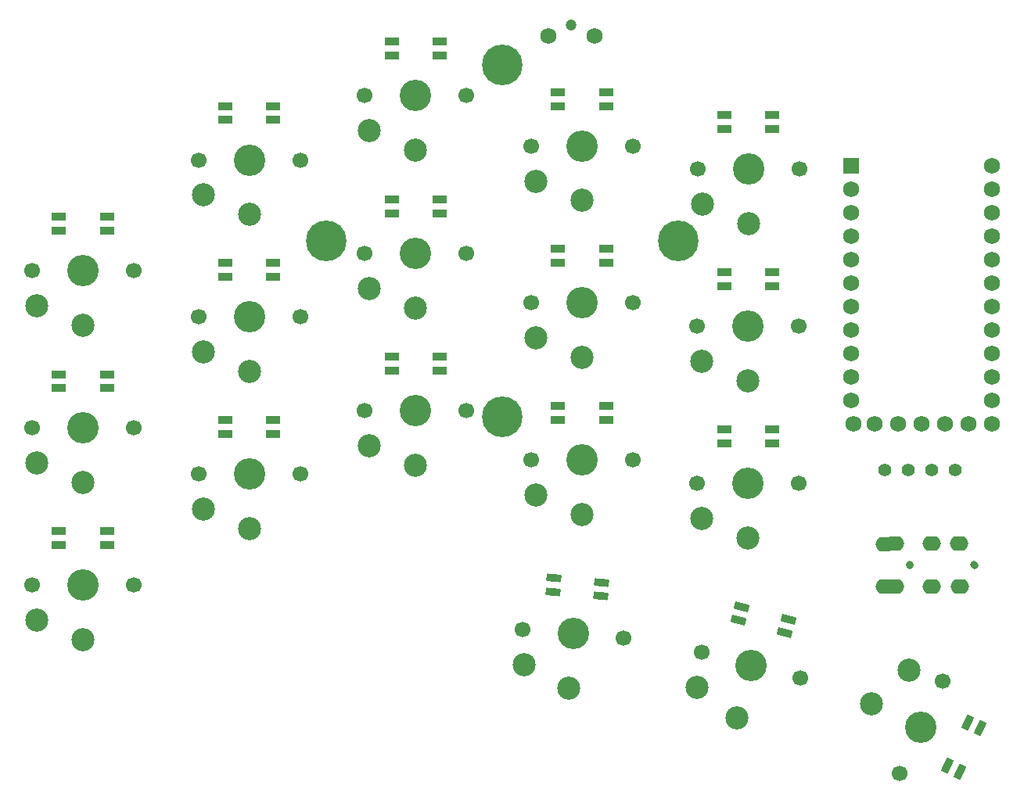
<source format=gbr>
%TF.GenerationSoftware,KiCad,Pcbnew,(6.0.0)*%
%TF.CreationDate,2022-06-16T08:24:19-07:00*%
%TF.ProjectId,half-swept,68616c66-2d73-4776-9570-742e6b696361,rev?*%
%TF.SameCoordinates,Original*%
%TF.FileFunction,Soldermask,Bot*%
%TF.FilePolarity,Negative*%
%FSLAX46Y46*%
G04 Gerber Fmt 4.6, Leading zero omitted, Abs format (unit mm)*
G04 Created by KiCad (PCBNEW (6.0.0)) date 2022-06-16 08:24:19*
%MOMM*%
%LPD*%
G01*
G04 APERTURE LIST*
G04 Aperture macros list*
%AMRoundRect*
0 Rectangle with rounded corners*
0 $1 Rounding radius*
0 $2 $3 $4 $5 $6 $7 $8 $9 X,Y pos of 4 corners*
0 Add a 4 corners polygon primitive as box body*
4,1,4,$2,$3,$4,$5,$6,$7,$8,$9,$2,$3,0*
0 Add four circle primitives for the rounded corners*
1,1,$1+$1,$2,$3*
1,1,$1+$1,$4,$5*
1,1,$1+$1,$6,$7*
1,1,$1+$1,$8,$9*
0 Add four rect primitives between the rounded corners*
20,1,$1+$1,$2,$3,$4,$5,0*
20,1,$1+$1,$4,$5,$6,$7,0*
20,1,$1+$1,$6,$7,$8,$9,0*
20,1,$1+$1,$8,$9,$2,$3,0*%
G04 Aperture macros list end*
%ADD10O,2.000000X1.600000*%
%ADD11C,0.800000*%
%ADD12C,1.750000*%
%ADD13C,1.200000*%
%ADD14C,2.500000*%
%ADD15C,1.700000*%
%ADD16C,3.400000*%
%ADD17C,4.400000*%
%ADD18RoundRect,0.082000X-0.686681X0.389330X-0.743855X-0.264174X0.686681X-0.389330X0.743855X0.264174X0*%
%ADD19RoundRect,0.082000X-0.718000X0.328000X-0.718000X-0.328000X0.718000X-0.328000X0.718000X0.328000X0*%
%ADD20RoundRect,0.082000X-0.608642X0.502656X-0.778427X-0.130992X0.608642X-0.502656X0.778427X0.130992X0*%
%ADD21C,1.752600*%
%ADD22R,1.752600X1.752600*%
%ADD23RoundRect,0.082000X0.600709X0.512110X0.006171X0.789348X-0.600709X-0.512110X-0.006171X-0.789348X0*%
%ADD24C,1.397000*%
G04 APERTURE END LIST*
D10*
%TO.C,J2*%
X117231735Y-75283182D03*
X114231735Y-75283182D03*
X110231735Y-75283182D03*
X109131735Y-70683182D03*
D11*
X118831735Y-72983182D03*
X111831735Y-72983182D03*
%TD*%
D12*
%TO.C,RSW1*%
X77688733Y-15675683D03*
X72688733Y-15675683D03*
D13*
X75188733Y-14465683D03*
%TD*%
D14*
%TO.C,SW2*%
X17363734Y-44913183D03*
X22363734Y-47013183D03*
D15*
X27863734Y-41113183D03*
D16*
X22363734Y-41113183D03*
D15*
X16863734Y-41113183D03*
%TD*%
D14*
%TO.C,SW3*%
X35363734Y-32913183D03*
X40363734Y-35013183D03*
D15*
X34863734Y-29113183D03*
X45863734Y-29113183D03*
D16*
X40363734Y-29113183D03*
%TD*%
D14*
%TO.C,SW4*%
X53363733Y-25913183D03*
X58363733Y-28013183D03*
D16*
X58363733Y-22113183D03*
D15*
X52863733Y-22113183D03*
X63863733Y-22113183D03*
%TD*%
D14*
%TO.C,SW5*%
X71363734Y-31413183D03*
X76363734Y-33513183D03*
D16*
X76363734Y-27613183D03*
D15*
X81863734Y-27613183D03*
X70863734Y-27613183D03*
%TD*%
D14*
%TO.C,SW6*%
X89363733Y-33913183D03*
X94363733Y-36013183D03*
D15*
X88863733Y-30113183D03*
X99863733Y-30113183D03*
D16*
X94363733Y-30113183D03*
%TD*%
D14*
%TO.C,SW8*%
X17363734Y-61913183D03*
X22363734Y-64013183D03*
D16*
X22363734Y-58113183D03*
D15*
X27863734Y-58113183D03*
X16863734Y-58113183D03*
%TD*%
D14*
%TO.C,SW9*%
X35363734Y-49887183D03*
X40363734Y-51987183D03*
D16*
X40363734Y-46087183D03*
D15*
X34863734Y-46087183D03*
X45863734Y-46087183D03*
%TD*%
D14*
%TO.C,SW10*%
X53363734Y-43029183D03*
X58363734Y-45129183D03*
D15*
X52863734Y-39229183D03*
D16*
X58363734Y-39229183D03*
D15*
X63863734Y-39229183D03*
%TD*%
D14*
%TO.C,SW11*%
X71363734Y-48363184D03*
X76363734Y-50463184D03*
D15*
X70863734Y-44563184D03*
D16*
X76363734Y-44563184D03*
D15*
X81863734Y-44563184D03*
%TD*%
D14*
%TO.C,SW12*%
X89343732Y-50903183D03*
X94343732Y-53003183D03*
D15*
X88843732Y-47103183D03*
D16*
X94343732Y-47103183D03*
D15*
X99843732Y-47103183D03*
%TD*%
D14*
%TO.C,SW14*%
X17363734Y-78913183D03*
X22363734Y-81013183D03*
D15*
X16863734Y-75113183D03*
X27863734Y-75113183D03*
D16*
X22363734Y-75113183D03*
%TD*%
D14*
%TO.C,SW15*%
X35363734Y-66905182D03*
X40363734Y-69005182D03*
D15*
X45863734Y-63105182D03*
X34863734Y-63105182D03*
D16*
X40363734Y-63105182D03*
%TD*%
D14*
%TO.C,SW16*%
X53363732Y-60047182D03*
X58363732Y-62147182D03*
D15*
X63863732Y-56247182D03*
X52863732Y-56247182D03*
D16*
X58363732Y-56247182D03*
%TD*%
D14*
%TO.C,SW17*%
X71363734Y-65381184D03*
X76363734Y-67481184D03*
D15*
X81863734Y-61581184D03*
X70863734Y-61581184D03*
D16*
X76363734Y-61581184D03*
%TD*%
D14*
%TO.C,SW18*%
X89343734Y-67921183D03*
X94343734Y-70021183D03*
D16*
X94343734Y-64121183D03*
D15*
X88843734Y-64121183D03*
X99843734Y-64121183D03*
%TD*%
D14*
%TO.C,SW20*%
X111732857Y-84375694D03*
X107716519Y-88019734D03*
D15*
X110739335Y-95497875D03*
X115388135Y-85528489D03*
D16*
X113063735Y-90513182D03*
%TD*%
D14*
%TO.C,SW21*%
X88850591Y-86189605D03*
X93136701Y-89512144D03*
D15*
X99976325Y-85236687D03*
D16*
X94663733Y-83813182D03*
D15*
X89351141Y-82389677D03*
%TD*%
D17*
%TO.C,REF\u002A\u002A*%
X67696985Y-18827839D03*
X86746985Y-37877839D03*
X48646985Y-37877839D03*
X67696985Y-56927839D03*
%TD*%
D18*
%TO.C,D12*%
X78511957Y-74831971D03*
X78381224Y-76326263D03*
X73201011Y-75873053D03*
X73331745Y-74378761D03*
%TD*%
D19*
%TO.C,D16*%
X42963734Y-23283183D03*
X42963734Y-24783183D03*
X37763734Y-24783183D03*
X37763734Y-23283183D03*
%TD*%
%TO.C,D8*%
X60963732Y-50417182D03*
X60963732Y-51917182D03*
X55763732Y-51917182D03*
X55763732Y-50417182D03*
%TD*%
%TO.C,D2*%
X60963733Y-16283183D03*
X60963733Y-17783183D03*
X55763733Y-17783183D03*
X55763733Y-16283183D03*
%TD*%
D20*
%TO.C,D15*%
X98684055Y-78854764D03*
X98295827Y-80303653D03*
X93273012Y-78957794D03*
X93661241Y-77508905D03*
%TD*%
D19*
%TO.C,D11*%
X78963734Y-55751184D03*
X78963734Y-57251184D03*
X73763734Y-57251184D03*
X73763734Y-55751184D03*
%TD*%
D21*
%TO.C,U2*%
X118193733Y-57719933D03*
X115653733Y-57719933D03*
X113113733Y-57719933D03*
X110573733Y-57719933D03*
X108033733Y-57719933D03*
X120733733Y-29779933D03*
X120733733Y-32319933D03*
X120733733Y-34859933D03*
X120733733Y-37399933D03*
X120733733Y-39939933D03*
X120733733Y-42479933D03*
X120733733Y-45019933D03*
X120733733Y-47559933D03*
X120733733Y-50099933D03*
X120733733Y-52639933D03*
X120733733Y-55179933D03*
X120733733Y-57719933D03*
X105722333Y-57719933D03*
X105493733Y-55179933D03*
X105493733Y-52639933D03*
X105493733Y-50099933D03*
X105493733Y-47559933D03*
X105493733Y-45019933D03*
X105493733Y-42479933D03*
X105493733Y-39939933D03*
X105493733Y-37399933D03*
X105493733Y-34859933D03*
X105493733Y-32319933D03*
D22*
X105493733Y-29779933D03*
%TD*%
D19*
%TO.C,D14*%
X78963734Y-38733184D03*
X78963734Y-40233184D03*
X73763734Y-40233184D03*
X73763734Y-38733184D03*
%TD*%
%TO.C,D10*%
X42963734Y-57275182D03*
X42963734Y-58775182D03*
X37763734Y-58775182D03*
X37763734Y-57275182D03*
%TD*%
%TO.C,D1*%
X24963734Y-35283183D03*
X24963734Y-36783183D03*
X19763734Y-36783183D03*
X19763734Y-35283183D03*
%TD*%
%TO.C,D9*%
X96943734Y-58291183D03*
X96943734Y-59791183D03*
X91743734Y-59791183D03*
X91743734Y-58291183D03*
%TD*%
%TO.C,D17*%
X78963734Y-21783183D03*
X78963734Y-23283183D03*
X73763734Y-23283183D03*
X73763734Y-21783183D03*
%TD*%
D23*
%TO.C,D18*%
X117248702Y-95333447D03*
X115889240Y-94699519D03*
X118086855Y-89986719D03*
X119446317Y-90620646D03*
%TD*%
D19*
%TO.C,D4*%
X24963733Y-52333183D03*
X24963733Y-53833183D03*
X19763733Y-53833183D03*
X19763733Y-52333183D03*
%TD*%
%TO.C,D3*%
X96963733Y-24283183D03*
X96963733Y-25783183D03*
X91763733Y-25783183D03*
X91763733Y-24283183D03*
%TD*%
%TO.C,D7*%
X24963734Y-69283183D03*
X24963734Y-70783183D03*
X19763734Y-70783183D03*
X19763734Y-69283183D03*
%TD*%
D24*
%TO.C,OL1*%
X116723732Y-62693183D03*
X114183732Y-62693183D03*
X111643732Y-62693183D03*
X109103732Y-62693183D03*
%TD*%
D14*
%TO.C,SW1*%
X70101568Y-83762942D03*
X74899514Y-86290730D03*
D16*
X75413733Y-80413181D03*
D15*
X80892804Y-80892538D03*
X69934662Y-79933824D03*
%TD*%
D19*
%TO.C,D5*%
X60963734Y-33399183D03*
X60963734Y-34899183D03*
X55763734Y-34899183D03*
X55763734Y-33399183D03*
%TD*%
%TO.C,D6*%
X96943732Y-41273183D03*
X96943732Y-42773183D03*
X91743732Y-42773183D03*
X91743732Y-41273183D03*
%TD*%
%TO.C,D13*%
X42963734Y-40257183D03*
X42963734Y-41757183D03*
X37763734Y-41757183D03*
X37763734Y-40257183D03*
%TD*%
D10*
%TO.C,J1*%
X117213734Y-70663184D03*
X114213734Y-70663184D03*
X110213734Y-70663184D03*
X109113734Y-75263184D03*
D11*
X111813734Y-72963184D03*
X118813734Y-72963184D03*
%TD*%
M02*

</source>
